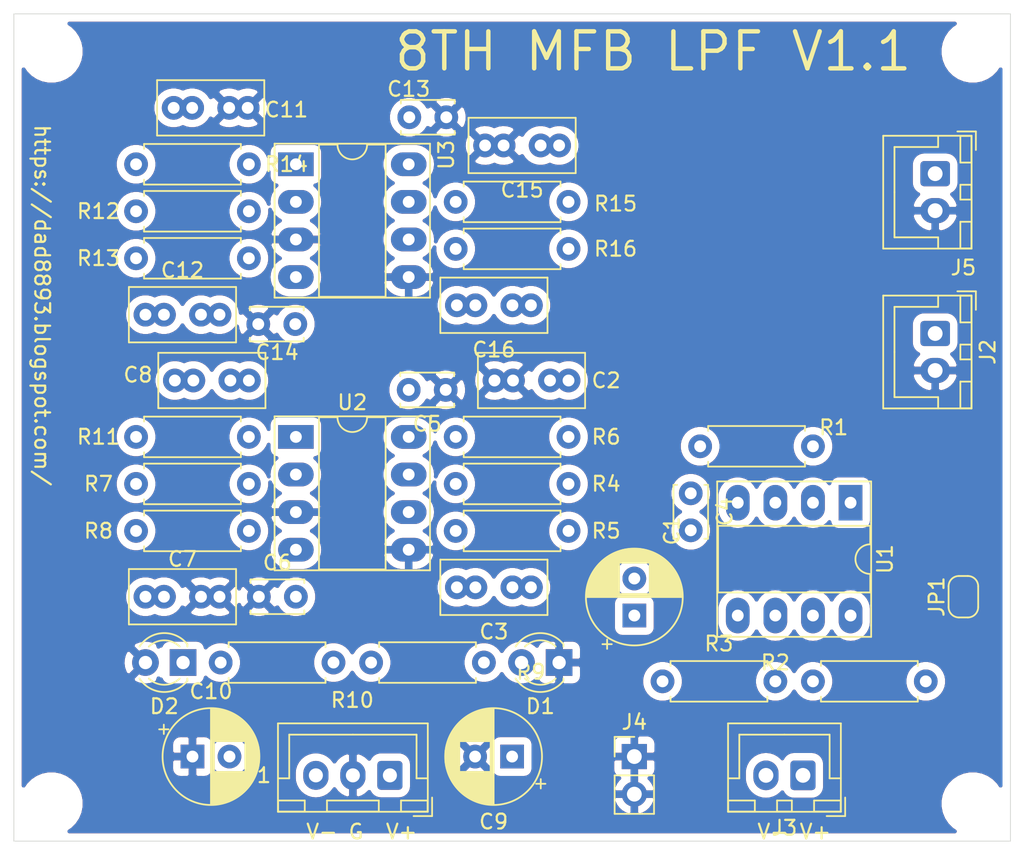
<source format=kicad_pcb>
(kicad_pcb (version 20171130) (host pcbnew "(5.1.6)-1")
  (title_block (title General_8th_MFB_LPF) (date 2020-09-01) (rev "Ver. 1.0") (company "PNPN Manufactory"))
  (layers (0 F.Cu signal) (31 B.Cu signal) (34 B.Paste user) (35 F.Paste user) (36 B.SilkS user) (37 F.SilkS user) (38 B.Mask user) (39 F.Mask user) (44 Edge.Cuts user))
  (net 0 "")
  (net 1 GND)
  (net 2 VCC)
  (net 3 VEE)
  (net 4 "Net-(C7-Pad1)")
  (net 5 "Net-(C8-Pad1)")
  (net 6 "Net-(D1-Pad2)")
  (net 7 "Net-(D2-Pad1)")
  (net 8 "Net-(C2-Pad1)")
  (net 9 "Net-(C11-Pad1)")
  (net 10 "Net-(JP1-Pad1)")
  (net 11 "Net-(C3-Pad2)")
  (net 12 "Net-(C3-Pad1)")
  (net 13 "Net-(C8-Pad2)")
  (net 14 "Net-(C12-Pad2)")
  (net 15 "Net-(C12-Pad1)")
  (net 16 "Net-(C15-Pad1)")
  (net 17 "Net-(C16-Pad2)")
  (net 18 "Net-(C16-Pad1)")
  (net 19 "Net-(J2-Pad1)")
  (net 20 "Net-(R1-Pad2)")
  (net 21 "Net-(R2-Pad2)")
  (module Connector_JST:JST_XH_B2B-XH-A_1x02_P2.50mm_Vertical (layer F.Cu) (at 170.14 116.205 180)
    (fp_text reference J3 (at 1.25 -3.55) (layer F.SilkS))
    (fp_text value S_PWR_IN)
    (pad 2 thru_hole oval (at 2.5 0 180) (size 1.7 2) (drill 1) (layers *.Cu *.Mask) (net 3 VEE))
    (pad 1 thru_hole roundrect (at 0 0 180) (size 1.7 2) (drill 1) (layers *.Cu *.Mask) (roundrect_rratio 0.147059) (net 2 VCC))
  )
  (module Jumper:SolderJumper-2_P1.3mm_Open_RoundedPad1.0x1.5mm (layer F.Cu) (at 180.975 104.14 90)
    (fp_text reference JP1 (at 0 -1.8 90) (layer F.SilkS))
    (fp_text value Virtual_GND)
    (pad 2 smd custom (at 0.65 0 90) (size 1 0.5) (layers F.Cu F.Mask) (net 1 GND) (options (clearance outline) (anchor rect)) (primitives (gr_circle (center 0 0.25) (end 0.5 0.25) (width 0)) (gr_circle (center 0 -0.25) (end 0.5 -0.25) (width 0)) (gr_poly (pts (xy 0 -0.75) (xy -0.5 -0.75) (xy -0.5 0.75) (xy 0 0.75)) (width 0))))
    (pad 1 smd custom (at -0.65 0 90) (size 1 0.5) (layers F.Cu F.Mask) (net 10 "Net-(JP1-Pad1)") (options (clearance outline) (anchor rect)) (primitives (gr_circle (center 0 0.25) (end 0.5 0.25) (width 0)) (gr_circle (center 0 -0.25) (end 0.5 -0.25) (width 0)) (gr_poly (pts (xy 0 -0.75) (xy 0.5 -0.75) (xy 0.5 0.75) (xy 0 0.75)) (width 0))))
  )
  (module Connector_PinHeader_2.54mm:PinHeader_1x02_P2.54mm_Vertical (layer F.Cu) (at 158.75 114.935)
    (fp_text reference J4 (at 0 -2.33) (layer F.SilkS))
    (fp_text value TP_GND)
    (pad 2 thru_hole oval (at 0 2.54) (size 1.7 1.7) (drill 1) (layers *.Cu *.Mask) (net 1 GND))
    (pad 1 thru_hole rect (at 0 0) (size 1.7 1.7) (drill 1) (layers *.Cu *.Mask) (net 1 GND))
  )
  (module Connector_JST:JST_XH_B2B-XH-A_1x02_P2.50mm_Vertical (layer F.Cu) (at 179.07 86.36 270)
    (fp_text reference J2 (at 1.25 -3.55 90) (layer F.SilkS))
    (fp_text value IN)
    (pad 2 thru_hole oval (at 2.5 0 270) (size 1.7 2) (drill 1) (layers *.Cu *.Mask) (net 1 GND))
    (pad 1 thru_hole roundrect (at 0 0 270) (size 1.7 2) (drill 1) (layers *.Cu *.Mask) (roundrect_rratio 0.147059) (net 19 "Net-(J2-Pad1)"))
  )
  (module Capacitor_THT:CP_Radial_D6.3mm_P2.50mm (layer F.Cu) (at 128.905 114.935)
    (fp_text reference C10 (at 1.25 -4.4) (layer F.SilkS))
    (fp_text value 100u)
    (pad 2 thru_hole circle (at 2.5 0) (size 1.6 1.6) (drill 0.8) (layers *.Cu *.Mask) (net 3 VEE))
    (pad 1 thru_hole rect (at 0 0) (size 1.6 1.6) (drill 0.8) (layers *.Cu *.Mask) (net 1 GND))
  )
  (module Capacitor_THT:C_Disc_D3.4mm_W2.1mm_P2.50mm (layer F.Cu) (at 162.56 97.155 270)
    (fp_text reference C4 (at 1.25 -2.3 90) (layer F.SilkS))
    (fp_text value 0.1u)
    (pad 2 thru_hole circle (at 2.5 0 270) (size 1.6 1.6) (drill 0.8) (layers *.Cu *.Mask) (net 2 VCC))
    (pad 1 thru_hole circle (at 0 0 270) (size 1.6 1.6) (drill 0.8) (layers *.Cu *.Mask) (net 3 VEE))
  )
  (module Capacitor_THT:CP_Radial_D6.3mm_P2.50mm (layer F.Cu) (at 150.495 114.935 180)
    (fp_text reference C9 (at 1.25 -4.4) (layer F.SilkS))
    (fp_text value 100u)
    (pad 2 thru_hole circle (at 2.5 0 180) (size 1.6 1.6) (drill 0.8) (layers *.Cu *.Mask) (net 1 GND))
    (pad 1 thru_hole rect (at 0 0 180) (size 1.6 1.6) (drill 0.8) (layers *.Cu *.Mask) (net 2 VCC))
  )
  (module Capacitor_THT:C_Rect_L7.0mm_W3.5mm_P2.50mm_P5.00mm (layer F.Cu) (at 153.67 73.66 180)
    (fp_text reference C15 (at 2.5 -3) (layer F.SilkS))
    (fp_text value C)
    (pad 2 thru_hole circle (at 5 0 180) (size 1.6 1.6) (drill 0.8) (layers *.Cu *.Mask) (net 1 GND))
    (pad 1 thru_hole circle (at 0 0 180) (size 1.6 1.6) (drill 0.8) (layers *.Cu *.Mask) (net 16 "Net-(C15-Pad1)"))
    (pad 2 thru_hole circle (at 3.75 0 180) (size 1.6 1.6) (drill 0.8) (layers *.Cu *.Mask) (net 1 GND))
    (pad 1 thru_hole circle (at 1.25 0 180) (size 1.6 1.6) (drill 0.8) (layers *.Cu *.Mask) (net 16 "Net-(C15-Pad1)"))
  )
  (module Capacitor_THT:C_Disc_D3.4mm_W2.1mm_P2.50mm (layer F.Cu) (at 133.39 104.14)
    (fp_text reference C6 (at 1.25 -2.3) (layer F.SilkS))
    (fp_text value 0.1u)
    (pad 2 thru_hole circle (at 2.5 0) (size 1.6 1.6) (drill 0.8) (layers *.Cu *.Mask) (net 3 VEE))
    (pad 1 thru_hole circle (at 0 0) (size 1.6 1.6) (drill 0.8) (layers *.Cu *.Mask) (net 1 GND))
  )
  (module Capacitor_THT:C_Rect_L7.0mm_W3.5mm_P2.50mm_P5.00mm (layer F.Cu) (at 151.765 84.455 180)
    (fp_text reference C16 (at 2.5 -3) (layer F.SilkS))
    (fp_text value C)
    (pad 2 thru_hole circle (at 5 0 180) (size 1.6 1.6) (drill 0.8) (layers *.Cu *.Mask) (net 17 "Net-(C16-Pad2)"))
    (pad 1 thru_hole circle (at 0 0 180) (size 1.6 1.6) (drill 0.8) (layers *.Cu *.Mask) (net 18 "Net-(C16-Pad1)"))
    (pad 2 thru_hole circle (at 3.75 0 180) (size 1.6 1.6) (drill 0.8) (layers *.Cu *.Mask) (net 17 "Net-(C16-Pad2)"))
    (pad 1 thru_hole circle (at 1.25 0 180) (size 1.6 1.6) (drill 0.8) (layers *.Cu *.Mask) (net 18 "Net-(C16-Pad1)"))
  )
  (module Capacitor_THT:C_Disc_D3.4mm_W2.1mm_P2.50mm (layer F.Cu) (at 146.01 90.17 180)
    (fp_text reference C5 (at 1.25 -2.3) (layer F.SilkS))
    (fp_text value 0.1u)
    (pad 2 thru_hole circle (at 2.5 0 180) (size 1.6 1.6) (drill 0.8) (layers *.Cu *.Mask) (net 2 VCC))
    (pad 1 thru_hole circle (at 0 0 180) (size 1.6 1.6) (drill 0.8) (layers *.Cu *.Mask) (net 1 GND))
  )
  (module Capacitor_THT:C_Rect_L7.0mm_W3.5mm_P2.50mm_P5.00mm (layer F.Cu) (at 125.73 85.09)
    (fp_text reference C12 (at 2.5 -3) (layer F.SilkS))
    (fp_text value C)
    (pad 2 thru_hole circle (at 5 0) (size 1.6 1.6) (drill 0.8) (layers *.Cu *.Mask) (net 14 "Net-(C12-Pad2)"))
    (pad 1 thru_hole circle (at 0 0) (size 1.6 1.6) (drill 0.8) (layers *.Cu *.Mask) (net 15 "Net-(C12-Pad1)"))
    (pad 2 thru_hole circle (at 3.75 0) (size 1.6 1.6) (drill 0.8) (layers *.Cu *.Mask) (net 14 "Net-(C12-Pad2)"))
    (pad 1 thru_hole circle (at 1.25 0) (size 1.6 1.6) (drill 0.8) (layers *.Cu *.Mask) (net 15 "Net-(C12-Pad1)"))
  )
  (module Capacitor_THT:C_Rect_L7.0mm_W3.5mm_P2.50mm_P5.00mm (layer F.Cu) (at 151.765 103.505 180)
    (fp_text reference C3 (at 2.5 -3) (layer F.SilkS))
    (fp_text value C)
    (pad 2 thru_hole circle (at 5 0 180) (size 1.6 1.6) (drill 0.8) (layers *.Cu *.Mask) (net 11 "Net-(C3-Pad2)"))
    (pad 1 thru_hole circle (at 0 0 180) (size 1.6 1.6) (drill 0.8) (layers *.Cu *.Mask) (net 12 "Net-(C3-Pad1)"))
    (pad 2 thru_hole circle (at 3.75 0 180) (size 1.6 1.6) (drill 0.8) (layers *.Cu *.Mask) (net 11 "Net-(C3-Pad2)"))
    (pad 1 thru_hole circle (at 1.25 0 180) (size 1.6 1.6) (drill 0.8) (layers *.Cu *.Mask) (net 12 "Net-(C3-Pad1)"))
  )
  (module MountingHole:MountingHole_3.2mm_M3 (layer F.Cu) (at 181.61 118.11)
    (fp_text reference H4)
    (fp_text value MountingHole)
    (pad 1 np_thru_hole circle (at 0 0) (size 3.2 3.2) (drill 3.2) (layers *.Cu *.Mask))
  )
  (module MountingHole:MountingHole_3.2mm_M3 (layer F.Cu) (at 181.61 67.31)
    (fp_text reference H3)
    (fp_text value MountingHole)
    (pad 1 np_thru_hole circle (at 0 0) (size 3.2 3.2) (drill 3.2) (layers *.Cu *.Mask))
  )
  (module MountingHole:MountingHole_3.2mm_M3 (layer F.Cu) (at 119.38 118.11)
    (fp_text reference H2)
    (fp_text value MountingHole)
    (pad 1 np_thru_hole circle (at 0 0) (size 3.2 3.2) (drill 3.2) (layers *.Cu *.Mask))
  )
  (module MountingHole:MountingHole_3.2mm_M3 (layer F.Cu) (at 119.38 67.31)
    (fp_text reference H1)
    (fp_text value MountingHole)
    (pad 1 np_thru_hole circle (at 0 0) (size 3.2 3.2) (drill 3.2) (layers *.Cu *.Mask))
  )
  (module Package_DIP:DIP-8_W7.62mm_Socket_LongPads (layer F.Cu) (at 135.89 74.93)
    (fp_text reference U3 (at 10.16 -0.635 270) (layer F.SilkS))
    (fp_text value NJM4580)
    (pad 8 thru_hole oval (at 7.62 0) (size 2.4 1.6) (drill 0.8) (layers *.Cu *.Mask) (net 2 VCC))
    (pad 4 thru_hole oval (at 0 7.62) (size 2.4 1.6) (drill 0.8) (layers *.Cu *.Mask) (net 3 VEE))
    (pad 7 thru_hole oval (at 7.62 2.54) (size 2.4 1.6) (drill 0.8) (layers *.Cu *.Mask) (net 18 "Net-(C16-Pad1)"))
    (pad 3 thru_hole oval (at 0 5.08) (size 2.4 1.6) (drill 0.8) (layers *.Cu *.Mask) (net 1 GND))
    (pad 6 thru_hole oval (at 7.62 5.08) (size 2.4 1.6) (drill 0.8) (layers *.Cu *.Mask) (net 17 "Net-(C16-Pad2)"))
    (pad 2 thru_hole oval (at 0 2.54) (size 2.4 1.6) (drill 0.8) (layers *.Cu *.Mask) (net 14 "Net-(C12-Pad2)"))
    (pad 5 thru_hole oval (at 7.62 7.62) (size 2.4 1.6) (drill 0.8) (layers *.Cu *.Mask) (net 1 GND))
    (pad 1 thru_hole rect (at 0 0) (size 2.4 1.6) (drill 0.8) (layers *.Cu *.Mask) (net 15 "Net-(C12-Pad1)"))
  )
  (module Resistor_THT:R_Axial_DIN0207_L6.3mm_D2.5mm_P7.62mm_Horizontal (layer F.Cu) (at 130.81 108.585)
    (fp_text reference R10 (at 8.89 2.54) (layer F.SilkS))
    (fp_text value 1k)
    (pad 2 thru_hole oval (at 7.62 0) (size 1.6 1.6) (drill 0.8) (layers *.Cu *.Mask) (net 3 VEE))
    (pad 1 thru_hole circle (at 0 0) (size 1.6 1.6) (drill 0.8) (layers *.Cu *.Mask) (net 7 "Net-(D2-Pad1)"))
  )
  (module Resistor_THT:R_Axial_DIN0207_L6.3mm_D2.5mm_P7.62mm_Horizontal (layer F.Cu) (at 168.275 109.855 180)
    (fp_text reference R3 (at 3.81 2.54) (layer F.SilkS))
    (fp_text value 100k)
    (pad 2 thru_hole oval (at 7.62 0 180) (size 1.6 1.6) (drill 0.8) (layers *.Cu *.Mask) (net 3 VEE))
    (pad 1 thru_hole circle (at 0 0 180) (size 1.6 1.6) (drill 0.8) (layers *.Cu *.Mask) (net 21 "Net-(R2-Pad2)"))
  )
  (module Connector_JST:JST_XH_B3B-XH-A_1x03_P2.50mm_Vertical (layer F.Cu) (at 142.24 116.205 180)
    (fp_text reference J1 (at 8.89 0) (layer F.SilkS))
    (fp_text value D_PWR_IN)
    (pad 3 thru_hole oval (at 5 0 180) (size 1.7 1.95) (drill 0.95) (layers *.Cu *.Mask) (net 3 VEE))
    (pad 2 thru_hole oval (at 2.5 0 180) (size 1.7 1.95) (drill 0.95) (layers *.Cu *.Mask) (net 1 GND))
    (pad 1 thru_hole roundrect (at 0 0 180) (size 1.7 1.95) (drill 0.95) (layers *.Cu *.Mask) (roundrect_rratio 0.147059) (net 2 VCC))
  )
  (module Capacitor_THT:CP_Radial_D6.3mm_P2.50mm (layer F.Cu) (at 158.75 105.41 90)
    (fp_text reference C1 (at 5.715 2.54 90) (layer F.SilkS))
    (fp_text value 100u)
    (pad 2 thru_hole circle (at 2.5 0 90) (size 1.6 1.6) (drill 0.8) (layers *.Cu *.Mask) (net 3 VEE))
    (pad 1 thru_hole rect (at 0 0 90) (size 1.6 1.6) (drill 0.8) (layers *.Cu *.Mask) (net 2 VCC))
  )
  (module Package_DIP:DIP-8_W7.62mm_Socket_LongPads (layer F.Cu) (at 135.89 93.345)
    (fp_text reference U2 (at 3.81 -2.33) (layer F.SilkS))
    (fp_text value NJM4580)
    (pad 8 thru_hole oval (at 7.62 0) (size 2.4 1.6) (drill 0.8) (layers *.Cu *.Mask) (net 2 VCC))
    (pad 4 thru_hole oval (at 0 7.62) (size 2.4 1.6) (drill 0.8) (layers *.Cu *.Mask) (net 3 VEE))
    (pad 7 thru_hole oval (at 7.62 2.54) (size 2.4 1.6) (drill 0.8) (layers *.Cu *.Mask) (net 12 "Net-(C3-Pad1)"))
    (pad 3 thru_hole oval (at 0 5.08) (size 2.4 1.6) (drill 0.8) (layers *.Cu *.Mask) (net 1 GND))
    (pad 6 thru_hole oval (at 7.62 5.08) (size 2.4 1.6) (drill 0.8) (layers *.Cu *.Mask) (net 11 "Net-(C3-Pad2)"))
    (pad 2 thru_hole oval (at 0 2.54) (size 2.4 1.6) (drill 0.8) (layers *.Cu *.Mask) (net 13 "Net-(C8-Pad2)"))
    (pad 5 thru_hole oval (at 7.62 7.62) (size 2.4 1.6) (drill 0.8) (layers *.Cu *.Mask) (net 1 GND))
    (pad 1 thru_hole rect (at 0 0) (size 2.4 1.6) (drill 0.8) (layers *.Cu *.Mask) (net 5 "Net-(C8-Pad1)"))
  )
  (module Package_DIP:DIP-8_W7.62mm_Socket_LongPads (layer F.Cu) (at 173.355 97.79 270)
    (fp_text reference U1 (at 3.81 -2.33 90) (layer F.SilkS))
    (fp_text value NJM4580)
    (pad 8 thru_hole oval (at 7.62 0 270) (size 2.4 1.6) (drill 0.8) (layers *.Cu *.Mask) (net 2 VCC))
    (pad 4 thru_hole oval (at 0 7.62 270) (size 2.4 1.6) (drill 0.8) (layers *.Cu *.Mask) (net 3 VEE))
    (pad 7 thru_hole oval (at 7.62 2.54 270) (size 2.4 1.6) (drill 0.8) (layers *.Cu *.Mask) (net 10 "Net-(JP1-Pad1)"))
    (pad 3 thru_hole oval (at 0 5.08 270) (size 2.4 1.6) (drill 0.8) (layers *.Cu *.Mask) (net 19 "Net-(J2-Pad1)"))
    (pad 6 thru_hole oval (at 7.62 5.08 270) (size 2.4 1.6) (drill 0.8) (layers *.Cu *.Mask) (net 10 "Net-(JP1-Pad1)"))
    (pad 2 thru_hole oval (at 0 2.54 270) (size 2.4 1.6) (drill 0.8) (layers *.Cu *.Mask) (net 20 "Net-(R1-Pad2)"))
    (pad 5 thru_hole oval (at 7.62 7.62 270) (size 2.4 1.6) (drill 0.8) (layers *.Cu *.Mask) (net 21 "Net-(R2-Pad2)"))
    (pad 1 thru_hole rect (at 0 0 270) (size 2.4 1.6) (drill 0.8) (layers *.Cu *.Mask) (net 20 "Net-(R1-Pad2)"))
  )
  (module Resistor_THT:R_Axial_DIN0207_L6.3mm_D2.5mm_P7.62mm_Horizontal (layer F.Cu) (at 178.435 109.855 180)
    (fp_text reference R2 (at 10.16 1.27) (layer F.SilkS))
    (fp_text value 100k)
    (pad 2 thru_hole oval (at 7.62 0 180) (size 1.6 1.6) (drill 0.8) (layers *.Cu *.Mask) (net 21 "Net-(R2-Pad2)"))
    (pad 1 thru_hole circle (at 0 0 180) (size 1.6 1.6) (drill 0.8) (layers *.Cu *.Mask) (net 2 VCC))
  )
  (module Resistor_THT:R_Axial_DIN0207_L6.3mm_D2.5mm_P7.62mm_Horizontal (layer F.Cu) (at 140.97 108.585)
    (fp_text reference R9 (at 10.795 0.635) (layer F.SilkS))
    (fp_text value 1k)
    (pad 2 thru_hole oval (at 7.62 0) (size 1.6 1.6) (drill 0.8) (layers *.Cu *.Mask) (net 6 "Net-(D1-Pad2)"))
    (pad 1 thru_hole circle (at 0 0) (size 1.6 1.6) (drill 0.8) (layers *.Cu *.Mask) (net 2 VCC))
  )
  (module Resistor_THT:R_Axial_DIN0207_L6.3mm_D2.5mm_P7.62mm_Horizontal (layer F.Cu) (at 146.685 80.645)
    (fp_text reference R16 (at 10.795 0) (layer F.SilkS))
    (fp_text value R)
    (pad 2 thru_hole oval (at 7.62 0) (size 1.6 1.6) (drill 0.8) (layers *.Cu *.Mask) (net 16 "Net-(C15-Pad1)"))
    (pad 1 thru_hole circle (at 0 0) (size 1.6 1.6) (drill 0.8) (layers *.Cu *.Mask) (net 17 "Net-(C16-Pad2)"))
  )
  (module Resistor_THT:R_Axial_DIN0207_L6.3mm_D2.5mm_P7.62mm_Horizontal (layer F.Cu) (at 125.095 74.93)
    (fp_text reference R14 (at 10.16 0) (layer F.SilkS))
    (fp_text value R)
    (pad 2 thru_hole oval (at 7.62 0) (size 1.6 1.6) (drill 0.8) (layers *.Cu *.Mask) (net 15 "Net-(C12-Pad1)"))
    (pad 1 thru_hole circle (at 0 0) (size 1.6 1.6) (drill 0.8) (layers *.Cu *.Mask) (net 16 "Net-(C15-Pad1)"))
  )
  (module Resistor_THT:R_Axial_DIN0207_L6.3mm_D2.5mm_P7.62mm_Horizontal (layer F.Cu) (at 132.715 81.28 180)
    (fp_text reference R13 (at 10.16 0) (layer F.SilkS))
    (fp_text value R)
    (pad 2 thru_hole oval (at 7.62 0 180) (size 1.6 1.6) (drill 0.8) (layers *.Cu *.Mask) (net 9 "Net-(C11-Pad1)"))
    (pad 1 thru_hole circle (at 0 0 180) (size 1.6 1.6) (drill 0.8) (layers *.Cu *.Mask) (net 14 "Net-(C12-Pad2)"))
  )
  (module Resistor_THT:R_Axial_DIN0207_L6.3mm_D2.5mm_P7.62mm_Horizontal (layer F.Cu) (at 125.095 93.345)
    (fp_text reference R11 (at -2.54 0) (layer F.SilkS))
    (fp_text value R)
    (pad 2 thru_hole oval (at 7.62 0) (size 1.6 1.6) (drill 0.8) (layers *.Cu *.Mask) (net 5 "Net-(C8-Pad1)"))
    (pad 1 thru_hole circle (at 0 0) (size 1.6 1.6) (drill 0.8) (layers *.Cu *.Mask) (net 9 "Net-(C11-Pad1)"))
  )
  (module Resistor_THT:R_Axial_DIN0207_L6.3mm_D2.5mm_P7.62mm_Horizontal (layer F.Cu) (at 132.715 99.695 180)
    (fp_text reference R8 (at 10.16 0) (layer F.SilkS))
    (fp_text value R)
    (pad 2 thru_hole oval (at 7.62 0 180) (size 1.6 1.6) (drill 0.8) (layers *.Cu *.Mask) (net 4 "Net-(C7-Pad1)"))
    (pad 1 thru_hole circle (at 0 0 180) (size 1.6 1.6) (drill 0.8) (layers *.Cu *.Mask) (net 13 "Net-(C8-Pad2)"))
  )
  (module Resistor_THT:R_Axial_DIN0207_L6.3mm_D2.5mm_P7.62mm_Horizontal (layer F.Cu) (at 154.305 93.345 180)
    (fp_text reference R6 (at -2.54 0) (layer F.SilkS))
    (fp_text value R)
    (pad 2 thru_hole oval (at 7.62 0 180) (size 1.6 1.6) (drill 0.8) (layers *.Cu *.Mask) (net 12 "Net-(C3-Pad1)"))
    (pad 1 thru_hole circle (at 0 0 180) (size 1.6 1.6) (drill 0.8) (layers *.Cu *.Mask) (net 4 "Net-(C7-Pad1)"))
  )
  (module Resistor_THT:R_Axial_DIN0207_L6.3mm_D2.5mm_P7.62mm_Horizontal (layer F.Cu) (at 146.685 99.695)
    (fp_text reference R5 (at 10.16 0) (layer F.SilkS))
    (fp_text value R)
    (pad 2 thru_hole oval (at 7.62 0) (size 1.6 1.6) (drill 0.8) (layers *.Cu *.Mask) (net 8 "Net-(C2-Pad1)"))
    (pad 1 thru_hole circle (at 0 0) (size 1.6 1.6) (drill 0.8) (layers *.Cu *.Mask) (net 11 "Net-(C3-Pad2)"))
  )
  (module Resistor_THT:R_Axial_DIN0207_L6.3mm_D2.5mm_P7.62mm_Horizontal (layer F.Cu) (at 132.715 78.105 180)
    (fp_text reference R12 (at 10.16 0) (layer F.SilkS))
    (fp_text value R)
    (pad 2 thru_hole oval (at 7.62 0 180) (size 1.6 1.6) (drill 0.8) (layers *.Cu *.Mask) (net 9 "Net-(C11-Pad1)"))
    (pad 1 thru_hole circle (at 0 0 180) (size 1.6 1.6) (drill 0.8) (layers *.Cu *.Mask) (net 15 "Net-(C12-Pad1)"))
  )
  (module Resistor_THT:R_Axial_DIN0207_L6.3mm_D2.5mm_P7.62mm_Horizontal (layer F.Cu) (at 146.685 96.52)
    (fp_text reference R4 (at 10.16 0) (layer F.SilkS))
    (fp_text value R)
    (pad 2 thru_hole oval (at 7.62 0) (size 1.6 1.6) (drill 0.8) (layers *.Cu *.Mask) (net 8 "Net-(C2-Pad1)"))
    (pad 1 thru_hole circle (at 0 0) (size 1.6 1.6) (drill 0.8) (layers *.Cu *.Mask) (net 12 "Net-(C3-Pad1)"))
  )
  (module Resistor_THT:R_Axial_DIN0207_L6.3mm_D2.5mm_P7.62mm_Horizontal (layer F.Cu) (at 163.195 93.98)
    (fp_text reference R1 (at 9.017 -1.27) (layer F.SilkS))
    (fp_text value R)
    (pad 2 thru_hole oval (at 7.62 0) (size 1.6 1.6) (drill 0.8) (layers *.Cu *.Mask) (net 20 "Net-(R1-Pad2)"))
    (pad 1 thru_hole circle (at 0 0) (size 1.6 1.6) (drill 0.8) (layers *.Cu *.Mask) (net 8 "Net-(C2-Pad1)"))
  )
  (module Resistor_THT:R_Axial_DIN0207_L6.3mm_D2.5mm_P7.62mm_Horizontal (layer F.Cu) (at 146.685 77.47)
    (fp_text reference R15 (at 10.795 0.127) (layer F.SilkS))
    (fp_text value R)
    (pad 2 thru_hole oval (at 7.62 0) (size 1.6 1.6) (drill 0.8) (layers *.Cu *.Mask) (net 16 "Net-(C15-Pad1)"))
    (pad 1 thru_hole circle (at 0 0) (size 1.6 1.6) (drill 0.8) (layers *.Cu *.Mask) (net 18 "Net-(C16-Pad1)"))
  )
  (module Resistor_THT:R_Axial_DIN0207_L6.3mm_D2.5mm_P7.62mm_Horizontal (layer F.Cu) (at 132.715 96.52 180)
    (fp_text reference R7 (at 10.16 0) (layer F.SilkS))
    (fp_text value R)
    (pad 2 thru_hole oval (at 7.62 0 180) (size 1.6 1.6) (drill 0.8) (layers *.Cu *.Mask) (net 4 "Net-(C7-Pad1)"))
    (pad 1 thru_hole circle (at 0 0 180) (size 1.6 1.6) (drill 0.8) (layers *.Cu *.Mask) (net 5 "Net-(C8-Pad1)"))
  )
  (module Connector_JST:JST_XH_B2B-XH-A_1x02_P2.50mm_Vertical (layer F.Cu) (at 179.07 75.565 270)
    (fp_text reference J5 (at 6.35 -1.905 180) (layer F.SilkS))
    (fp_text value 8TH_OUT)
    (pad 2 thru_hole oval (at 2.5 0 270) (size 1.7 2) (drill 1) (layers *.Cu *.Mask) (net 1 GND))
    (pad 1 thru_hole roundrect (at 0 0 270) (size 1.7 2) (drill 1) (layers *.Cu *.Mask) (roundrect_rratio 0.147059) (net 18 "Net-(C16-Pad1)"))
  )
  (module LED_THT:LED_D3.0mm (layer F.Cu) (at 128.27 108.585 180)
    (fp_text reference D2 (at 1.27 -2.96) (layer F.SilkS))
    (fp_text value BLUE_LED)
    (pad 2 thru_hole circle (at 2.54 0 180) (size 1.8 1.8) (drill 0.9) (layers *.Cu *.Mask) (net 1 GND))
    (pad 1 thru_hole rect (at 0 0 180) (size 1.8 1.8) (drill 0.9) (layers *.Cu *.Mask) (net 7 "Net-(D2-Pad1)"))
  )
  (module LED_THT:LED_D3.0mm (layer F.Cu) (at 153.67 108.585 180)
    (fp_text reference D1 (at 1.27 -2.96) (layer F.SilkS))
    (fp_text value RED_LED)
    (pad 2 thru_hole circle (at 2.54 0 180) (size 1.8 1.8) (drill 0.9) (layers *.Cu *.Mask) (net 6 "Net-(D1-Pad2)"))
    (pad 1 thru_hole rect (at 0 0 180) (size 1.8 1.8) (drill 0.9) (layers *.Cu *.Mask) (net 1 GND))
  )
  (module Capacitor_THT:C_Disc_D3.4mm_W2.1mm_P2.50mm (layer F.Cu) (at 133.35 85.725)
    (fp_text reference C14 (at 1.27 1.905) (layer F.SilkS))
    (fp_text value 0.1u)
    (pad 2 thru_hole circle (at 2.5 0) (size 1.6 1.6) (drill 0.8) (layers *.Cu *.Mask) (net 3 VEE))
    (pad 1 thru_hole circle (at 0 0) (size 1.6 1.6) (drill 0.8) (layers *.Cu *.Mask) (net 1 GND))
  )
  (module Capacitor_THT:C_Rect_L7.0mm_W3.5mm_P2.50mm_P5.00mm (layer F.Cu) (at 127.635 71.12)
    (fp_text reference C11 (at 7.62 0.127) (layer F.SilkS))
    (fp_text value C)
    (pad 2 thru_hole circle (at 5 0) (size 1.6 1.6) (drill 0.8) (layers *.Cu *.Mask) (net 1 GND))
    (pad 1 thru_hole circle (at 0 0) (size 1.6 1.6) (drill 0.8) (layers *.Cu *.Mask) (net 9 "Net-(C11-Pad1)"))
    (pad 2 thru_hole circle (at 3.75 0) (size 1.6 1.6) (drill 0.8) (layers *.Cu *.Mask) (net 1 GND))
    (pad 1 thru_hole circle (at 1.25 0) (size 1.6 1.6) (drill 0.8) (layers *.Cu *.Mask) (net 9 "Net-(C11-Pad1)"))
  )
  (module Capacitor_THT:C_Rect_L7.0mm_W3.5mm_P2.50mm_P5.00mm (layer F.Cu) (at 125.73 104.14)
    (fp_text reference C7 (at 2.5 -2.54) (layer F.SilkS))
    (fp_text value C)
    (pad 2 thru_hole circle (at 5 0) (size 1.6 1.6) (drill 0.8) (layers *.Cu *.Mask) (net 1 GND))
    (pad 1 thru_hole circle (at 0 0) (size 1.6 1.6) (drill 0.8) (layers *.Cu *.Mask) (net 4 "Net-(C7-Pad1)"))
    (pad 2 thru_hole circle (at 3.75 0) (size 1.6 1.6) (drill 0.8) (layers *.Cu *.Mask) (net 1 GND))
    (pad 1 thru_hole circle (at 1.25 0) (size 1.6 1.6) (drill 0.8) (layers *.Cu *.Mask) (net 4 "Net-(C7-Pad1)"))
  )
  (module Capacitor_THT:C_Rect_L7.0mm_W3.5mm_P2.50mm_P5.00mm (layer F.Cu) (at 154.305 89.535 180)
    (fp_text reference C2 (at -2.54 0) (layer F.SilkS))
    (fp_text value C)
    (pad 2 thru_hole circle (at 5 0 180) (size 1.6 1.6) (drill 0.8) (layers *.Cu *.Mask) (net 1 GND))
    (pad 1 thru_hole circle (at 0 0 180) (size 1.6 1.6) (drill 0.8) (layers *.Cu *.Mask) (net 8 "Net-(C2-Pad1)"))
    (pad 2 thru_hole circle (at 3.75 0 180) (size 1.6 1.6) (drill 0.8) (layers *.Cu *.Mask) (net 1 GND))
    (pad 1 thru_hole circle (at 1.25 0 180) (size 1.6 1.6) (drill 0.8) (layers *.Cu *.Mask) (net 8 "Net-(C2-Pad1)"))
  )
  (module Capacitor_THT:C_Disc_D3.4mm_W2.1mm_P2.50mm (layer F.Cu) (at 146.05 71.755 180)
    (fp_text reference C13 (at 2.54 1.905) (layer F.SilkS))
    (fp_text value 0.1u)
    (pad 2 thru_hole circle (at 2.5 0 180) (size 1.6 1.6) (drill 0.8) (layers *.Cu *.Mask) (net 2 VCC))
    (pad 1 thru_hole circle (at 0 0 180) (size 1.6 1.6) (drill 0.8) (layers *.Cu *.Mask) (net 1 GND))
  )
  (module Capacitor_THT:C_Rect_L7.0mm_W3.5mm_P2.50mm_P5.00mm (layer F.Cu) (at 132.715 89.535 180)
    (fp_text reference C8 (at 7.493 0.381) (layer F.SilkS))
    (fp_text value C)
    (pad 2 thru_hole circle (at 5 0 180) (size 1.6 1.6) (drill 0.8) (layers *.Cu *.Mask) (net 13 "Net-(C8-Pad2)"))
    (pad 1 thru_hole circle (at 0 0 180) (size 1.6 1.6) (drill 0.8) (layers *.Cu *.Mask) (net 5 "Net-(C8-Pad1)"))
    (pad 2 thru_hole circle (at 3.75 0 180) (size 1.6 1.6) (drill 0.8) (layers *.Cu *.Mask) (net 13 "Net-(C8-Pad2)"))
    (pad 1 thru_hole circle (at 1.25 0 180) (size 1.6 1.6) (drill 0.8) (layers *.Cu *.Mask) (net 5 "Net-(C8-Pad1)"))
  )
  (gr_text "V- G  V+" (at 140.335 120.015) (layer F.SilkS) (effects (font (size 1 1))))
  (gr_text "V- V+" (at 169.545 120.015) (layer F.SilkS) (effects (font (size 1 1))))
  (gr_text https://dad8893.blogspot.com/ (at 118.745 84.455 270) (layer F.SilkS) (effects (font (size 1 1))))
  (gr_text "8TH MFB LPF V1.1" (at 160.02 67.31) (layer F.SilkS) (effects (font (size 2.5 2.5) (thickness 0.3))))
  (gr_line (start 116.84 120.65) (end 116.84 64.77) (layer Edge.Cuts) (width 0.05))
  (gr_line (start 184.15 120.65) (end 116.84 120.65) (layer Edge.Cuts) (width 0.05))
  (gr_line (start 184.15 64.77) (end 184.15 120.65) (layer Edge.Cuts) (width 0.05))
  (gr_line (start 116.84 64.77) (end 184.15 64.77) (layer Edge.Cuts) (width 0.05))
  (zone (net 1) (net_name GND) (layer B.Cu) (connect_pads (clearance 0.508)) (min_thickness 0.254) (fill yes (arc_segments 32) (thermal_gap 0.508) (thermal_bridge_width 0.508))
    (polygon (pts (xy 184.15 120.65) (xy 116.84 120.65) (xy 116.84 64.77) (xy 184.15 64.77)))
  )
  (zone (net 1) (net_name GND) (layer F.Cu) (connect_pads (clearance 0.508)) (min_thickness 0.254) (fill yes (arc_segments 32) (thermal_gap 0.508) (thermal_bridge_width 0.508))
    (polygon (pts (xy 184.15 120.65) (xy 116.84 120.65) (xy 116.84 64.77) (xy 184.15 64.77)))
  )
)
</source>
